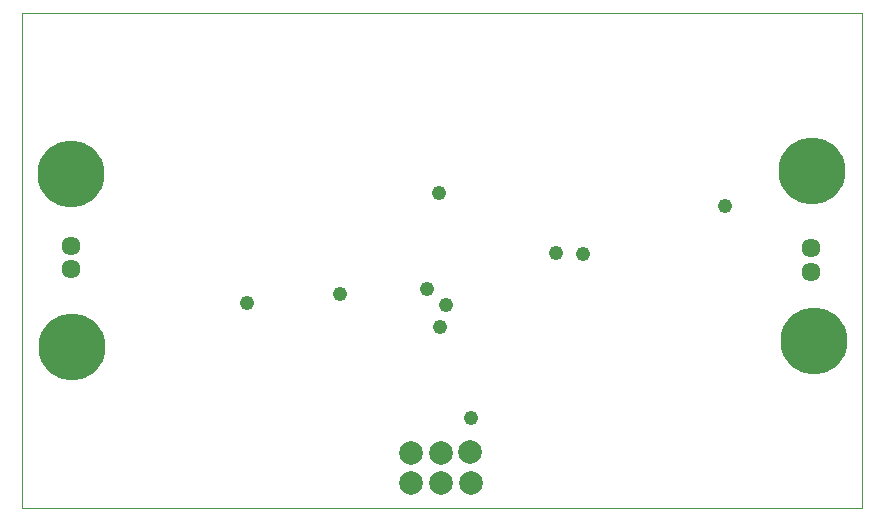
<source format=gbs>
G75*
%MOIN*%
%OFA0B0*%
%FSLAX25Y25*%
%IPPOS*%
%LPD*%
%AMOC8*
5,1,8,0,0,1.08239X$1,22.5*
%
%ADD10C,0.00394*%
%ADD11C,0.07887*%
%ADD12C,0.22300*%
%ADD13C,0.06343*%
%ADD14C,0.04762*%
D10*
X0013034Y0012996D02*
X0293034Y0012996D01*
X0293034Y0177996D01*
X0013034Y0177996D01*
X0013034Y0012996D01*
D11*
X0142853Y0021407D03*
X0152949Y0021428D03*
X0162790Y0021411D03*
X0162650Y0031511D03*
X0152750Y0031453D03*
X0142837Y0031315D03*
D12*
X0029744Y0066680D03*
X0029449Y0124296D03*
X0276631Y0125207D03*
X0277113Y0068760D03*
D13*
X0276268Y0091703D03*
X0276268Y0099577D03*
X0029561Y0100415D03*
X0029561Y0092541D03*
D14*
X0088034Y0081247D03*
X0119323Y0084194D03*
X0148296Y0085876D03*
X0154491Y0080661D03*
X0152483Y0073329D03*
X0191048Y0097912D03*
X0200142Y0097702D03*
X0247363Y0113776D03*
X0152287Y0118023D03*
X0162765Y0042965D03*
M02*

</source>
